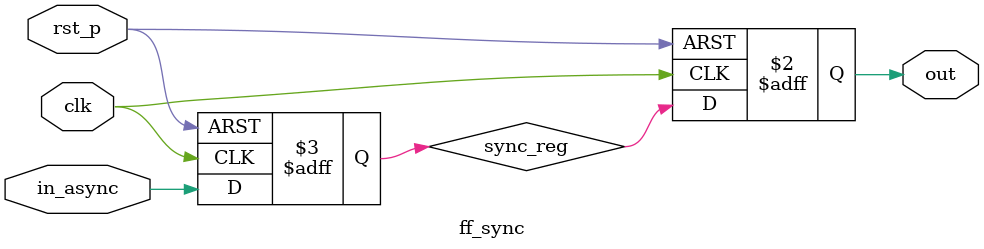
<source format=v>

module ff_sync #(parameter WIDTH=1)(
    input clk,
    input rst_p,
    input[WIDTH-1:0] in_async,
    output reg[WIDTH-1:0] out);
    
    (* ASYNC_REG = "TRUE" *) reg[WIDTH-1:0] sync_reg;
    always @(posedge clk, posedge rst_p) begin
        if(rst_p) begin
            sync_reg <= 0;
            out <= 0;
        end else begin
            {out, sync_reg} <= {sync_reg, in_async};
        end
    end
    
endmodule

</source>
